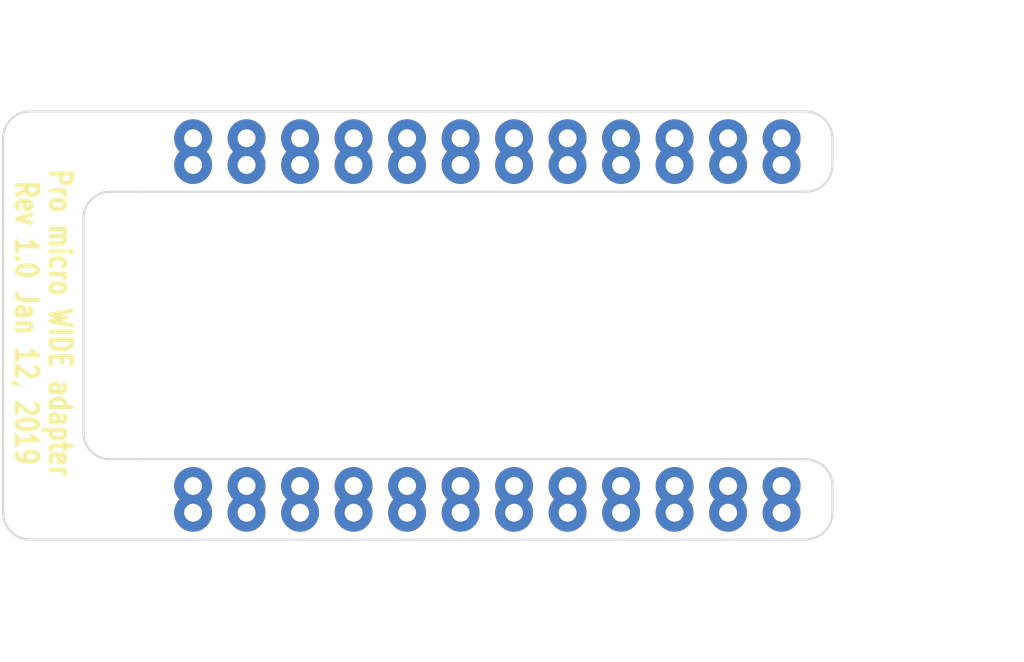
<source format=kicad_pcb>
(kicad_pcb (version 20171130) (host pcbnew "(5.0.0-3-g5ebb6b6)")

  (general
    (thickness 1.6)
    (drawings 26)
    (tracks 0)
    (zones 0)
    (modules 2)
    (nets 24)
  )

  (page A4)
  (layers
    (0 F.Cu signal)
    (31 B.Cu signal)
    (32 B.Adhes user)
    (33 F.Adhes user)
    (34 B.Paste user)
    (35 F.Paste user)
    (36 B.SilkS user)
    (37 F.SilkS user)
    (38 B.Mask user)
    (39 F.Mask user)
    (40 Dwgs.User user)
    (41 Cmts.User user)
    (42 Eco1.User user)
    (43 Eco2.User user)
    (44 Edge.Cuts user)
    (45 Margin user)
    (46 B.CrtYd user)
    (47 F.CrtYd user)
    (48 B.Fab user)
    (49 F.Fab user)
  )

  (setup
    (last_trace_width 0.25)
    (trace_clearance 0.2)
    (zone_clearance 0.508)
    (zone_45_only no)
    (trace_min 0.2)
    (segment_width 0.2)
    (edge_width 0.1)
    (via_size 0.8)
    (via_drill 0.4)
    (via_min_size 0.4)
    (via_min_drill 0.3)
    (uvia_size 0.3)
    (uvia_drill 0.1)
    (uvias_allowed no)
    (uvia_min_size 0.2)
    (uvia_min_drill 0.1)
    (pcb_text_width 0.3)
    (pcb_text_size 1.5 1.5)
    (mod_edge_width 0.15)
    (mod_text_size 1 1)
    (mod_text_width 0.15)
    (pad_size 1.5 1.5)
    (pad_drill 0.6)
    (pad_to_mask_clearance 0)
    (aux_axis_origin 0 0)
    (grid_origin 133.604 88.9)
    (visible_elements FFFFFF7F)
    (pcbplotparams
      (layerselection 0x010fc_ffffffff)
      (usegerberextensions false)
      (usegerberattributes false)
      (usegerberadvancedattributes false)
      (creategerberjobfile false)
      (excludeedgelayer true)
      (linewidth 0.100000)
      (plotframeref false)
      (viasonmask false)
      (mode 1)
      (useauxorigin false)
      (hpglpennumber 1)
      (hpglpenspeed 20)
      (hpglpendiameter 15.000000)
      (psnegative false)
      (psa4output false)
      (plotreference true)
      (plotvalue true)
      (plotinvisibletext false)
      (padsonsilk false)
      (subtractmaskfromsilk false)
      (outputformat 1)
      (mirror false)
      (drillshape 0)
      (scaleselection 1)
      (outputdirectory "Pro-Micro-WIDE-adapter-v1.0/"))
  )

  (net 0 "")
  (net 1 TX)
  (net 2 RX)
  (net 3 GND)
  (net 4 SDA)
  (net 5 SCL)
  (net 6 D4/A6)
  (net 7 D5)
  (net 8 D6/A7)
  (net 9 D7)
  (net 10 D8/A8)
  (net 11 D9)
  (net 12 D10/SS)
  (net 13 MOSI)
  (net 14 MISO)
  (net 15 SCK)
  (net 16 A0)
  (net 17 A1)
  (net 18 A2)
  (net 19 A3)
  (net 20 VCC)
  (net 21 RESET)
  (net 22 RAW)
  (net 23 NC)

  (net_class Default "This is the default net class."
    (clearance 0.2)
    (trace_width 0.25)
    (via_dia 0.8)
    (via_drill 0.4)
    (uvia_dia 0.3)
    (uvia_drill 0.1)
    (add_net A0)
    (add_net A1)
    (add_net A2)
    (add_net A3)
    (add_net D10/SS)
    (add_net D4/A6)
    (add_net D5)
    (add_net D6/A7)
    (add_net D7)
    (add_net D8/A8)
    (add_net D9)
    (add_net GND)
    (add_net MISO)
    (add_net MOSI)
    (add_net NC)
    (add_net RAW)
    (add_net RESET)
    (add_net RX)
    (add_net SCK)
    (add_net SCL)
    (add_net SDA)
    (add_net TX)
    (add_net VCC)
  )

  (module library:Arduino_pro_micro_0.85mm (layer F.Cu) (tedit 5C39A04B) (tstamp 5C3A1877)
    (at 137.541 92.71 180)
    (path /5C39B0A3)
    (fp_text reference J1 (at 3.175 -10.0457 180) (layer F.SilkS) hide
      (effects (font (size 1 1) (thickness 0.15)))
    )
    (fp_text value Arduino_pro_micro_conn (at 0 17.145 180) (layer F.Fab)
      (effects (font (size 1 1) (thickness 0.15)))
    )
    (pad 1 thru_hole circle (at -12.7 10.16 180) (size 1.8 1.8) (drill 0.85) (layers *.Cu *.Mask)
      (net 1 TX))
    (pad 2 thru_hole circle (at -10.16 10.16 180) (size 1.8 1.8) (drill 0.85) (layers *.Cu *.Mask)
      (net 2 RX))
    (pad 3 thru_hole circle (at -7.62 10.16 180) (size 1.8 1.8) (drill 0.85) (layers *.Cu *.Mask)
      (net 23 NC))
    (pad 4 thru_hole circle (at -5.08 10.16 180) (size 1.8 1.8) (drill 0.85) (layers *.Cu *.Mask)
      (net 3 GND))
    (pad 5 thru_hole circle (at -2.54 10.16 180) (size 1.8 1.8) (drill 0.85) (layers *.Cu *.Mask)
      (net 4 SDA))
    (pad 6 thru_hole circle (at 0 10.16 180) (size 1.8 1.8) (drill 0.85) (layers *.Cu *.Mask)
      (net 5 SCL))
    (pad 7 thru_hole circle (at 2.54 10.16 180) (size 1.8 1.8) (drill 0.85) (layers *.Cu *.Mask)
      (net 6 D4/A6))
    (pad 8 thru_hole circle (at 5.08 10.16 180) (size 1.8 1.8) (drill 0.85) (layers *.Cu *.Mask)
      (net 7 D5))
    (pad 9 thru_hole circle (at 7.62 10.16 180) (size 1.8 1.8) (drill 0.85) (layers *.Cu *.Mask)
      (net 8 D6/A7))
    (pad 10 thru_hole circle (at 10.16 10.16 180) (size 1.8 1.8) (drill 0.85) (layers *.Cu *.Mask)
      (net 9 D7))
    (pad 11 thru_hole circle (at 12.7 10.16 180) (size 1.8 1.8) (drill 0.85) (layers *.Cu *.Mask)
      (net 10 D8/A8))
    (pad 12 thru_hole circle (at 15.24 10.16 180) (size 1.8 1.8) (drill 0.85) (layers *.Cu *.Mask)
      (net 11 D9))
    (pad 13 thru_hole circle (at 15.24 -5.08 180) (size 1.8 1.8) (drill 0.85) (layers *.Cu *.Mask)
      (net 12 D10/SS))
    (pad 14 thru_hole circle (at 12.7 -5.08 180) (size 1.8 1.8) (drill 0.85) (layers *.Cu *.Mask)
      (net 13 MOSI))
    (pad 15 thru_hole circle (at 10.16 -5.08 180) (size 1.8 1.8) (drill 0.85) (layers *.Cu *.Mask)
      (net 14 MISO))
    (pad 16 thru_hole circle (at 7.62 -5.08 180) (size 1.8 1.8) (drill 0.85) (layers *.Cu *.Mask)
      (net 15 SCK))
    (pad 17 thru_hole circle (at 5.08 -5.08 180) (size 1.8 1.8) (drill 0.85) (layers *.Cu *.Mask)
      (net 16 A0))
    (pad 18 thru_hole circle (at 2.54 -5.08 180) (size 1.8 1.8) (drill 0.85) (layers *.Cu *.Mask)
      (net 17 A1))
    (pad 19 thru_hole circle (at 0 -5.08 180) (size 1.8 1.8) (drill 0.85) (layers *.Cu *.Mask)
      (net 18 A2))
    (pad 20 thru_hole circle (at -2.54 -5.08 180) (size 1.8 1.8) (drill 0.85) (layers *.Cu *.Mask)
      (net 19 A3))
    (pad 21 thru_hole circle (at -5.08 -5.08 180) (size 1.8 1.8) (drill 0.85) (layers *.Cu *.Mask)
      (net 20 VCC))
    (pad 22 thru_hole circle (at -7.62 -5.08 180) (size 1.8 1.8) (drill 0.85) (layers *.Cu *.Mask)
      (net 21 RESET))
    (pad 23 thru_hole circle (at -10.16 -5.08 180) (size 1.8 1.8) (drill 0.85) (layers *.Cu *.Mask)
      (net 3 GND))
    (pad 24 thru_hole circle (at -12.7 -5.08 180) (size 1.8 1.8) (drill 0.85) (layers *.Cu *.Mask)
      (net 22 RAW))
  )

  (module library:Arduino_pro_micro_WIDE-0.85mm (layer F.Cu) (tedit 5C39946A) (tstamp 5C3A1A78)
    (at 137.541 91.44 180)
    (path /5C39B12E)
    (fp_text reference J2 (at 0 -10.668 180) (layer F.SilkS) hide
      (effects (font (size 1 1) (thickness 0.15)))
    )
    (fp_text value Arduino_pro_micro_conn (at 0 15.875 180) (layer F.Fab)
      (effects (font (size 1 1) (thickness 0.15)))
    )
    (pad 1 thru_hole circle (at -12.7 10.16 180) (size 1.8 1.8) (drill 0.85) (layers *.Cu *.Mask)
      (net 1 TX))
    (pad 2 thru_hole circle (at -10.16 10.16 180) (size 1.8 1.8) (drill 0.85) (layers *.Cu *.Mask)
      (net 2 RX))
    (pad 3 thru_hole circle (at -7.62 10.16 180) (size 1.8 1.8) (drill 0.85) (layers *.Cu *.Mask)
      (net 23 NC))
    (pad 4 thru_hole circle (at -5.08 10.16 180) (size 1.8 1.8) (drill 0.85) (layers *.Cu *.Mask)
      (net 3 GND))
    (pad 5 thru_hole circle (at -2.54 10.16 180) (size 1.8 1.8) (drill 0.85) (layers *.Cu *.Mask)
      (net 4 SDA))
    (pad 6 thru_hole circle (at 0 10.16 180) (size 1.8 1.8) (drill 0.85) (layers *.Cu *.Mask)
      (net 5 SCL))
    (pad 7 thru_hole circle (at 2.54 10.16 180) (size 1.8 1.8) (drill 0.85) (layers *.Cu *.Mask)
      (net 6 D4/A6))
    (pad 8 thru_hole circle (at 5.08 10.16 180) (size 1.8 1.8) (drill 0.85) (layers *.Cu *.Mask)
      (net 7 D5))
    (pad 9 thru_hole circle (at 7.62 10.16 180) (size 1.8 1.8) (drill 0.85) (layers *.Cu *.Mask)
      (net 8 D6/A7))
    (pad 10 thru_hole circle (at 10.16 10.16 180) (size 1.8 1.8) (drill 0.85) (layers *.Cu *.Mask)
      (net 9 D7))
    (pad 11 thru_hole circle (at 12.7 10.16 180) (size 1.8 1.8) (drill 0.85) (layers *.Cu *.Mask)
      (net 10 D8/A8))
    (pad 12 thru_hole circle (at 15.24 10.16 180) (size 1.8 1.8) (drill 0.85) (layers *.Cu *.Mask)
      (net 11 D9))
    (pad 13 thru_hole circle (at 15.24 -7.62 180) (size 1.8 1.8) (drill 0.85) (layers *.Cu *.Mask)
      (net 12 D10/SS))
    (pad 14 thru_hole circle (at 12.7 -7.62 180) (size 1.8 1.8) (drill 0.85) (layers *.Cu *.Mask)
      (net 13 MOSI))
    (pad 15 thru_hole circle (at 10.16 -7.62 180) (size 1.8 1.8) (drill 0.85) (layers *.Cu *.Mask)
      (net 14 MISO))
    (pad 16 thru_hole circle (at 7.62 -7.62 180) (size 1.8 1.8) (drill 0.85) (layers *.Cu *.Mask)
      (net 15 SCK))
    (pad 17 thru_hole circle (at 5.08 -7.62 180) (size 1.8 1.8) (drill 0.85) (layers *.Cu *.Mask)
      (net 16 A0))
    (pad 18 thru_hole circle (at 2.54 -7.62 180) (size 1.8 1.8) (drill 0.85) (layers *.Cu *.Mask)
      (net 17 A1))
    (pad 19 thru_hole circle (at 0 -7.62 180) (size 1.8 1.8) (drill 0.85) (layers *.Cu *.Mask)
      (net 18 A2))
    (pad 20 thru_hole circle (at -2.54 -7.62 180) (size 1.8 1.8) (drill 0.85) (layers *.Cu *.Mask)
      (net 19 A3))
    (pad 21 thru_hole circle (at -5.08 -7.62 180) (size 1.8 1.8) (drill 0.85) (layers *.Cu *.Mask)
      (net 20 VCC))
    (pad 22 thru_hole circle (at -7.62 -7.62 180) (size 1.8 1.8) (drill 0.85) (layers *.Cu *.Mask)
      (net 21 RESET))
    (pad 23 thru_hole circle (at -10.16 -7.62 180) (size 1.8 1.8) (drill 0.85) (layers *.Cu *.Mask)
      (net 3 GND))
    (pad 24 thru_hole circle (at -12.7 -7.62 180) (size 1.8 1.8) (drill 0.85) (layers *.Cu *.Mask)
      (net 22 RAW))
  )

  (gr_text "Pro micro WIDE adapter\nRev 1.0 Jan 12, 2019" (at 115.189 90.043 270) (layer F.SilkS)
    (effects (font (size 1 0.8) (thickness 0.2)))
  )
  (dimension 39.37 (width 0.3) (layer F.Fab)
    (gr_text "39.370 mm" (at 132.969 107.51) (layer F.Fab)
      (effects (font (size 1.5 1.5) (thickness 0.3)))
    )
    (feature1 (pts (xy 152.654 101.6) (xy 152.654 105.996421)))
    (feature2 (pts (xy 113.284 101.6) (xy 113.284 105.996421)))
    (crossbar (pts (xy 113.284 105.41) (xy 152.654 105.41)))
    (arrow1a (pts (xy 152.654 105.41) (xy 151.527496 105.996421)))
    (arrow1b (pts (xy 152.654 105.41) (xy 151.527496 104.823579)))
    (arrow2a (pts (xy 113.284 105.41) (xy 114.410504 105.996421)))
    (arrow2b (pts (xy 113.284 105.41) (xy 114.410504 104.823579)))
  )
  (dimension 20.32 (width 0.3) (layer F.Fab)
    (gr_text "20.320 mm" (at 159.834 90.17 270) (layer F.Fab)
      (effects (font (size 1.5 1.5) (thickness 0.3)))
    )
    (feature1 (pts (xy 153.924 100.33) (xy 158.320421 100.33)))
    (feature2 (pts (xy 153.924 80.01) (xy 158.320421 80.01)))
    (crossbar (pts (xy 157.734 80.01) (xy 157.734 100.33)))
    (arrow1a (pts (xy 157.734 100.33) (xy 157.147579 99.203496)))
    (arrow1b (pts (xy 157.734 100.33) (xy 158.320421 99.203496)))
    (arrow2a (pts (xy 157.734 80.01) (xy 157.147579 81.136504)))
    (arrow2b (pts (xy 157.734 80.01) (xy 158.320421 81.136504)))
  )
  (gr_line (start 152.654 82.55) (end 152.654 81.28) (layer Edge.Cuts) (width 0.1))
  (gr_line (start 152.654 97.79) (end 152.654 99.06) (layer Edge.Cuts) (width 0.1))
  (gr_arc (start 151.384 97.79) (end 152.654 97.79) (angle -90) (layer Edge.Cuts) (width 0.1) (tstamp 5C3A2789))
  (gr_arc (start 151.384 82.55) (end 151.384 83.82) (angle -90) (layer Edge.Cuts) (width 0.1) (tstamp 5C3A2785))
  (gr_line (start 119.634 100.33) (end 114.554 100.33) (layer Edge.Cuts) (width 0.1))
  (gr_line (start 118.364 96.52) (end 119.634 96.52) (layer Edge.Cuts) (width 0.1))
  (gr_line (start 118.364 83.82) (end 119.634 83.82) (layer Edge.Cuts) (width 0.1))
  (gr_line (start 114.554 80.01) (end 119.634 80.01) (layer Edge.Cuts) (width 0.1))
  (gr_arc (start 114.554 99.06) (end 113.284 99.06) (angle -90) (layer Edge.Cuts) (width 0.1))
  (gr_arc (start 114.554 81.28) (end 114.554 80.01) (angle -90) (layer Edge.Cuts) (width 0.1))
  (gr_line (start 113.284 99.06) (end 113.284 81.28) (layer Edge.Cuts) (width 0.1))
  (gr_arc (start 118.364 95.25) (end 117.094 95.25) (angle -90) (layer Edge.Cuts) (width 0.1))
  (gr_arc (start 118.364 85.09) (end 118.364 83.82) (angle -90) (layer Edge.Cuts) (width 0.1))
  (gr_line (start 117.094 85.09) (end 117.094 95.25) (layer Edge.Cuts) (width 0.1))
  (gr_line (start 150.114 96.52) (end 151.384 96.52) (layer Edge.Cuts) (width 0.1))
  (gr_line (start 150.114 100.33) (end 151.384 100.33) (layer Edge.Cuts) (width 0.1))
  (gr_line (start 151.384 80.01) (end 119.634 80.01) (layer Edge.Cuts) (width 0.1))
  (gr_arc (start 151.384 81.28) (end 152.654 81.28) (angle -90) (layer Edge.Cuts) (width 0.1))
  (gr_arc (start 151.384 99.06) (end 151.384 100.33) (angle -90) (layer Edge.Cuts) (width 0.1))
  (gr_line (start 119.634 100.33) (end 150.114 100.33) (layer Edge.Cuts) (width 0.1))
  (gr_line (start 147.447 96.52) (end 119.634 96.52) (layer Edge.Cuts) (width 0.1))
  (gr_line (start 150.114 96.52) (end 147.447 96.52) (layer Edge.Cuts) (width 0.1))
  (gr_line (start 151.384 83.82) (end 119.634 83.82) (layer Edge.Cuts) (width 0.1))

)

</source>
